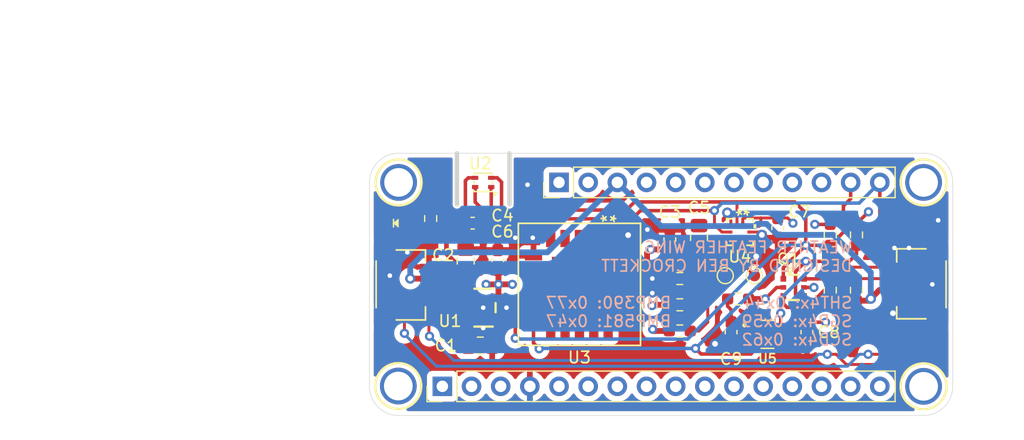
<source format=kicad_pcb>
(kicad_pcb (version 20241229) (generator "pcbnew") (generator_version "9.0")
  (layers (0 "F.Cu" signal) (4 "In1.Cu" signal) (6 "In2.Cu" signal) (2 "B.Cu" signal) (13 "F.Paste" user) (15 "B.Paste" user) (5 "F.SilkS" user "F.Silkscreen") (7 "B.SilkS" user "B.Silkscreen") (1 "F.Mask" user) (3 "B.Mask" user) (25 "Edge.Cuts" user))
  (net 0 "")
  (net 1 "+3.3V")
  (net 2 "/SDA_3V")
  (net 3 "/CS_3V")
  (net 4 "VCC")
  (net 5 "/SCL")
  (net 6 "/SDA")
  (net 7 "/SCL_3V")
  (net 8 "GND")
  (net 9 "/INT")
  (net 31 "/SDO{slash}ADR")
  (net 46 "Net-(U5-VDD)")
  (net 51 "/3.3V_Feather")
  (net 52 "Net-(D1-PadA)")
  (net 53 "/SCK_Feather")
  (net 54 "/MO_Feather")
  (net 55 "/MI_Feather")
  (footprint "Weather_Feather:JST_SH4" (layer "F.Cu") (at 155.575 113.03 -90)
    (property "Reference" "J5" (hide yes))
    (property "Value" "JST_SH4")
    (pad "1" smd rect (at -1.5 -2.006) (size 1.55 0.6) (layers "F.Cu" "F.Mask" "F.Paste") (net 8 "GND"))
    (pad "2" smd rect (at -0.5 -2.006) (size 1.55 0.6) (layers "F.Cu" "F.Mask" "F.Paste") (net 4 "VCC"))
    (pad "3" smd rect (at 0.5 -2.006) (size 1.55 0.6) (layers "F.Cu" "F.Mask" "F.Paste") (net 6 "/SDA"))
    (pad "4" smd rect (at 1.5 -2.006) (size 1.55 0.6) (layers "F.Cu" "F.Mask" "F.Paste") (net 5 "/SCL"))
    (pad "MT1" smd rect (at -2.8 1.894) (size 1.8 1.2) (layers "F.Cu" "F.Mask" "F.Paste") (net 8 "GND"))
    (pad "MT2" smd rect (at 2.8 1.894) (size 1.8 1.2) (layers "F.Cu" "F.Mask" "F.Paste") (net 8 "GND"))
  )
  (footprint "Capacitor_SMD:C_0603_1608Metric_Pad1.08x0.95mm_HandSolder" (layer "F.Cu") (at 187.96 108.1035 -90)
    (property "Reference" "C7" (at -1.4235 -1.8796 180) (layer "F.SilkS"))
    (property "Value" "0.1uF")
    (pad "1" smd roundrect (at -0.8625 0 270) (size 1.075 0.95) (layers "F.Cu" "F.Mask" "F.Paste") (net 1 "+3.3V"))
    (pad "2" smd roundrect (at 0.8625 0 270) (size 1.075 0.95) (layers "F.Cu" "F.Mask" "F.Paste") (net 8 "GND"))
  )
  (footprint "Resistor_SMD:R_0603_1608Metric_Pad0.98x0.95mm_HandSolder" (layer "F.Cu") (at 179.4275 117.094)
    (property "Reference" "R9" (hide yes))
    (property "Value" "10K")
    (pad "1" smd roundrect (at -0.9125 0) (size 0.975 0.95) (layers "F.Cu" "F.Mask" "F.Paste") (net 1 "+3.3V"))
    (pad "2" smd roundrect (at 0.9125 0) (size 0.975 0.95) (layers "F.Cu" "F.Mask" "F.Paste") (net 3 "/CS_3V"))
  )
  (footprint "TI_MSPM0_DSBGA:MOUNTINGHOLE_2.5_PLATED" (layer "F.Cu") (at 200.66 121.92)
    (property "Reference" "H4" (hide yes))
    (property "Value" "MountingHole_Pad")
    (pad "1" thru_hole circle (at 0 0) (size 3.2 3.2) (drill 2.5) (layers "*.Cu" "*.Mask"))
  )
  (footprint "TI_MSPM0_DSBGA:MOUNTINGHOLE_2.5_PLATED" (layer "F.Cu") (at 200.66 104.14)
    (property "Reference" "H2" (hide yes))
    (property "Value" "MountingHole_Pad")
    (pad "1" thru_hole circle (at 0 0) (size 3.2 3.2) (drill 2.5) (layers "*.Cu" "*.Mask"))
  )
  (footprint "Capacitor_SMD:C_0805_2012Metric_Pad1.18x1.45mm_HandSolder" (layer "F.Cu") (at 181.102 108.9445 90)
    (property "Reference" "C5" (at 2.5947 0 180) (layer "F.SilkS"))
    (property "Value" "10uF")
    (pad "1" smd roundrect (at -1.0375 0 90) (size 1.175 1.45) (layers "F.Cu" "F.Mask" "F.Paste") (roundrect_rratio 0.212766) (net 1 "+3.3V"))
    (pad "2" smd roundrect (at 1.0375 0 90) (size 1.175 1.45) (layers "F.Cu" "F.Mask" "F.Paste") (roundrect_rratio 0.212766) (net 8 "GND"))
  )
  (footprint "Capacitor_SMD:C_0603_1608Metric_Pad1.08x0.95mm_HandSolder" (layer "F.Cu") (at 161.3905 107.696)
    (property "Reference" "C4" (at 2.5919 -0.6604 0) (layer "F.SilkS"))
    (property "Value" "0.1uF")
    (pad "1" smd roundrect (at -0.8625 0) (size 1.075 0.95) (layers "F.Cu" "F.Mask" "F.Paste") (net 1 "+3.3V"))
    (pad "2" smd roundrect (at 0.8625 0) (size 1.075 0.95) (layers "F.Cu" "F.Mask" "F.Paste") (net 8 "GND"))
  )
  (footprint "Resistor_SMD:R_0603_1608Metric_Pad0.98x0.95mm_HandSolder" (layer "F.Cu") (at 157.734 107.2915 -90)
    (property "Reference" "R1" (hide yes))
    (property "Value" "10K")
    (pad "1" smd roundrect (at -0.9125 0 270) (size 0.975 0.95) (layers "F.Cu" "F.Mask" "F.Paste") (net 1 "+3.3V"))
    (pad "2" smd roundrect (at 0.9125 0 270) (size 0.975 0.95) (layers "F.Cu" "F.Mask" "F.Paste") (net 52 "Net-(D1-PadA)"))
  )
  (footprint "Adafruit SHT45:SOT23-5" (layer "F.Cu") (at 162.3361 115.062 -90)
    (property "Reference" "U1" (at 1.7526 4.0179 0) (layer "F.SilkS") (effects (font (thickness 0.15) (bold yes)) (justify left bottom)))
    (property "Value" "AP2112K-3.3")
    (pad "1" smd rect (at -0.95 1.3001 270) (size 0.55 1.2) (layers "F.Cu" "F.Mask" "F.Paste") (net 4 "VCC"))
    (pad "2" smd rect (at 0 1.3001 270) (size 0.55 1.2) (layers "F.Cu" "F.Mask" "F.Paste") (net 8 "GND"))
    (pad "3" smd rect (at 0.95 1.3001 270) (size 0.55 1.2) (layers "F.Cu" "F.Mask" "F.Paste") (net 4 "VCC"))
    (pad "4" smd rect (at 0.95 -1.3001 270) (size 0.55 1.2) (layers "F.Cu" "F.Mask" "F.Paste"))
    (pad "5" smd rect (at -0.95 -1.3001 270) (size 0.55 1.2) (layers "F.Cu" "F.Mask" "F.Paste") (net 1 "+3.3V"))
  )
  (footprint "TestPoint:TestPoint_Pad_D1.0mm" (layer "F.Cu") (at 185.928 112.268)
    (property "Reference" "TP2" (hide yes))
    (property "Value" "TestPoint_Small")
    (pad "1" smd circle (at 0 0) (size 1 1) (layers "F.Cu" "F.Mask") (net 9 "/INT"))
  )
  (footprint "SCD4x:QFN20_SCD41-D-R2_SEN" (layer "F.Cu") (at 170.688 113.03 -90)
    (property "Reference" "U3" (at 6.3754 0 0) (layer "F.SilkS"))
    (property "Value" "SCD41-D-R2")
    (fp_text user "*" (at -5.7404 -2.6162 270) (layer "F.SilkS"))
    (fp_text user "*" (at -5.7404 -2.4384 90) (layer "F.SilkS"))
    (pad "1" smd rect (at -3.999992 -2.5 270) (size 1.4986 0.8128) (layers "F.Cu" "F.Mask" "F.Paste"))
    (pad "2" smd rect (at -3.999992 -1.25 270) (size 1.4986 0.8128) (layers "F.Cu" "F.Mask" "F.Paste"))
    (pad "3" smd rect (at -3.999992 0 270) (size 1.4986 0.8128) (layers "F.Cu" "F.Mask" "F.Paste"))
    (pad "4" smd rect (at -3.999992 1.25 270) (size 1.4986 0.8128) (layers "F.Cu" "F.Mask" "F.Paste"))
    (pad "5" smd rect (at -3.999992 2.5 270) (size 1.4986 0.8128) (layers "F.Cu" "F.Mask" "F.Paste"))
    (pad "6" smd rect (at -2.5 4) (size 1.4986 0.8128) (layers "F.Cu" "F.Mask" "F.Paste") (net 8 "GND"))
    (pad "7" smd rect (at -1.25 4) (size 1.4986 0.8128) (layers "F.Cu" "F.Mask" "F.Paste") (net 1 "+3.3V"))
    (pad "8" smd rect (at 0 4) (size 1.4986 0.8128) (layers "F.Cu" "F.Mask" "F.Paste"))
    (pad "9" smd rect (at 1.25 4) (size 1.4986 0.8128) (layers "F.Cu" "F.Mask" "F.Paste") (net 7 "/SCL_3V"))
    (pad "10" smd rect (at 2.5 4) (size 1.4986 0.8128) (layers "F.Cu" "F.Mask" "F.Paste") (net 2 "/SDA_3V"))
    (pad "11" smd rect (at 3.999992 2.5 270) (size 1.4986 0.8128) (layers "F.Cu" "F.Mask" "F.Paste"))
    (pad "12" smd rect (at 3.999992 1.25 270) (size 1.4986 0.8128) (layers "F.Cu" "F.Mask" "F.Paste"))
    (pad "13" smd rect (at 3.999992 0 270) (size 1.4986 0.8128) (layers "F.Cu" "F.Mask" "F.Paste"))
    (pad "14" smd rect (at 3.999992 -1.25 270) (size 1.4986 0.8128) (layers "F.Cu" "F.Mask" "F.Paste"))
    (pad "15" smd rect (at 3.999992 -2.5 270) (size 1.4986 0.8128) (layers "F.Cu" "F.Mask" "F.Paste"))
    (pad "16" smd rect (at 2.5 -4) (size 1.4986 0.8128) (layers "F.Cu" "F.Mask" "F.Paste"))
    (pad "17" smd rect (at 1.25 -4) (size 1.4986 0.8128) (layers "F.Cu" "F.Mask" "F.Paste"))
    (pad "18" smd rect (at 0 -4) (size 1.4986 0.8128) (layers "F.Cu" "F.Mask" "F.Paste"))
    (pad "19" smd rect (at -1.25 -4) (size 1.4986 0.8128) (layers "F.Cu" "F.Mask" "F.Paste") (net 1 "+3.3V"))
    (pad "20" smd rect (at -2.5 -4) (size 1.4986 0.8128) (layers "F.Cu" "F.Mask" "F.Paste") (net 8 "GND"))
    (pad "21" smd rect (at 0 0 270) (size 4.8006 4.8006) (layers "F.Cu" "F.Mask") (net 8 "GND"))
  )
  (footprint "BMP390:10LGA_2X2X0p75_BOS" (layer "F.Cu") (at 184.662 108.466 -90)
    (property "Reference" "U4" (at 2.151 0 0) (layer "F.SilkS"))
    (property "Value" "BMP390")
    (fp_text user "*" (at -1.7145 -0.25 90) (layer "F.SilkS"))
    (fp_text user "*" (at -1.7145 -0.25 270) (layer "F.SilkS"))
    (pad "1" smd rect (at -0.7874 -0.25) (size 0.254 0.2794) (layers "F.Cu" "F.Mask" "F.Paste") (net 1 "+3.3V"))
    (pad "2" smd rect (at -0.7874 0.25) (size 0.254 0.2794) (layers "F.Cu" "F.Mask" "F.Paste") (net 7 "/SCL_3V"))
    (pad "3" smd rect (at -0.499999 0.7874 270) (size 0.254 0.2794) (layers "F.Cu" "F.Mask" "F.Paste") (net 8 "GND"))
    (pad "4" smd rect (at 0 0.7874 270) (size 0.254 0.2794) (layers "F.Cu" "F.Mask" "F.Paste") (net 2 "/SDA_3V"))
    (pad "5" smd rect (at 0.499999 0.7874 270) (size 0.254 0.2794) (layers "F.Cu" "F.Mask" "F.Paste") (net 31 "/SDO{slash}ADR"))
    (pad "6" smd rect (at 0.7874 0.25) (size 0.254 0.2794) (layers "F.Cu" "F.Mask" "F.Paste") (net 3 "/CS_3V"))
    (pad "7" smd rect (at 0.7874 -0.25) (size 0.254 0.2794) (layers "F.Cu" "F.Mask" "F.Paste") (net 9 "/INT"))
    (pad "8" smd rect (at 0.499999 -0.7874 270) (size 0.254 0.2794) (layers "F.Cu" "F.Mask" "F.Paste") (net 8 "GND"))
    (pad "9" smd rect (at 0 -0.7874 270) (size 0.254 0.2794) (layers "F.Cu" "F.Mask" "F.Paste") (net 8 "GND"))
    (pad "10" smd rect (at -0.499999 -0.7874 270) (size 0.254 0.2794) (layers "F.Cu" "F.Mask" "F.Paste") (net 1 "+3.3V"))
  )
  (footprint "Resistor_SMD:R_0603_1608Metric_Pad0.98x0.95mm_HandSolder" (layer "F.Cu") (at 179.4275 112.522)
    (property "Reference" "R8" (hide yes))
    (property "Value" "10K")
    (pad "1" smd roundrect (at -0.9125 0) (size 0.975 0.95) (layers "F.Cu" "F.Mask" "F.Paste") (net 8 "GND"))
    (pad "2" smd roundrect (at 0.9125 0) (size 0.975 0.95) (layers "F.Cu" "F.Mask" "F.Paste") (net 31 "/SDO{slash}ADR"))
  )
  (footprint "TI_MSPM0_DSBGA:MOUNTINGHOLE_2.5_PLATED" (layer "F.Cu") (at 154.9146 121.8946)
    (property "Reference" "H3" (hide yes))
    (property "Value" "MountingHole_Pad")
    (pad "1" thru_hole circle (at 0 0) (size 3.2 3.2) (drill 2.5) (layers "*.Cu" "*.Mask"))
  )
  (footprint "Adafruit SHT45:SOT363" (layer "F.Cu") (at 189.346 113.296 -90)
    (property "Reference" "Q1" (at -1.8662 1.5384 0) (layer "F.SilkS") (effects (justify left bottom)))
    (property "Value" "BSS138")
    (pad "1" smd rect (at -0.75 0.9 270) (size 0.5 0.5) (layers "F.Cu" "F.Mask" "F.Paste") (net 7 "/SCL_3V"))
    (pad "2" smd rect (at 0 0.9 270) (size 0.4 0.5) (layers "F.Cu" "F.Mask" "F.Paste") (net 1 "+3.3V"))
    (pad "3" smd rect (at 0.75 0.9 270) (size 0.5 0.5) (layers "F.Cu" "F.Mask" "F.Paste") (net 6 "/SDA"))
    (pad "4" smd rect (at 0.75 -0.9 270) (size 0.5 0.5) (layers "F.Cu" "F.Mask" "F.Paste") (net 2 "/SDA_3V"))
    (pad "5" smd rect (at 0 -0.9 270) (size 0.4 0.5) (layers "F.Cu" "F.Mask" "F.Paste") (net 1 "+3.3V"))
    (pad "6" smd rect (at -0.75 -0.9 270) (size 0.5 0.5) (layers "F.Cu" "F.Mask" "F.Paste") (net 5 "/SCL"))
  )
  (footprint "Weather_Feather:SHT4X" (layer "F.Cu") (at 162.306 104.14 180)
    (property "Reference" "U2" (at 0.254 1.651 0) (layer "F.SilkS"))
    (property "Value" "SHT4x")
    (pad "1" smd rect (at -0.7 -0.4 270) (size 0.35 0.55) (layers "F.Cu" "F.Mask" "F.Paste") (net 2 "/SDA_3V"))
    (pad "2" smd rect (at -0.7 0.4 270) (size 0.35 0.55) (layers "F.Cu" "F.Mask" "F.Paste") (net 7 "/SCL_3V"))
    (pad "3" smd rect (at 0.7 0.4 270) (size 0.35 0.55) (layers "F.Cu" "F.Mask" "F.Paste") (net 1 "+3.3V"))
    (pad "4" smd rect (at 0.7 -0.4 270) (size 0.35 0.55) (layers "F.Cu" "F.Mask" "F.Paste") (net 8 "GND"))
  )
  (footprint "Capacitor_SMD:C_0603_1608Metric_Pad1.08x0.95mm_HandSolder" (layer "F.Cu") (at 163.576 110.8975 90)
    (property "Reference" "C6" (at 2.4649 0.4064 180) (layer "F.SilkS"))
    (property "Value" "0.1uF")
    (pad "1" smd roundrect (at -0.8625 0 90) (size 1.075 0.95) (layers "F.Cu" "F.Mask" "F.Paste") (net 1 "+3.3V"))
    (pad "2" smd roundrect (at 0.8625 0 90) (size 1.075 0.95) (layers "F.Cu" "F.Mask" "F.Paste") (net 8 "GND"))
  )
  (footprint "Connector_PinHeader_2.54mm:PinHeader_1x16_P2.54mm_Vertical" (layer "F.Cu") (at 158.75 121.92 90)
    (property "Reference" "J2" (hide yes))
    (property "Value" "Conn_01x16")
    (pad "1" thru_hole rect (at 0 0 90) (size 1.7 1.7) (drill 1) (layers "*.Cu" "*.Mask"))
    (pad "2" thru_hole oval (at 0 2.54 90) (size 1.7 1.7) (drill 1) (layers "*.Cu" "*.Mask") (net 51 "/3.3V_Feather"))
    (pad "3" thru_hole oval (at 0 5.08 90) (size 1.7 1.7) (drill 1) (layers "*.Cu" "*.Mask"))
    (pad "4" thru_hole oval (at 0 7.62 90) (size 1.7 1.7) (drill 1) (layers "*.Cu" "*.Mask") (net 8 "GND"))
    (pad "5" thru_hole oval (at 0 10.16 90) (size 1.7 1.7) (drill 1) (layers "*.Cu" "*.Mask"))
    (pad "6" thru_hole oval (at 0 12.7 90) (size 1.7 1.7) (drill 1) (layers "*.Cu" "*.Mask"))
    (pad "7" thru_hole oval (at 0 15.24 90) (size 1.7 1.7) (drill 1) (layers "*.Cu" "*.Mask"))
    (pad "8" thru_hole oval (at 0 17.78 90) (size 1.7 1.7) (drill 1) (layers "*.Cu" "*.Mask"))
    (pad "9" thru_hole oval (at 0 20.32 90) (size 1.7 1.7) (drill 1) (layers "*.Cu" "*.Mask"))
    (pad "10" thru_hole oval (at 0 22.86 90) (size 1.7 1.7) (drill 1) (layers "*.Cu" "*.Mask"))
    (pad "11" thru_hole oval (at 0 25.4 90) (size 1.7 1.7) (drill 1) (layers "*.Cu" "*.Mask") (net 53 "/SCK_Feather"))
    (pad "12" thru_hole oval (at 0 27.94 90) (size 1.7 1.7) (drill 1) (layers "*.Cu" "*.Mask") (net 54 "/MO_Feather"))
    (pad "13" thru_hole oval (at 0 30.48 90) (size 1.7 1.7) (drill 1) (layers "*.Cu" "*.Mask") (net 55 "/MI_Feather"))
    (pad "14" thru_hole oval (at 0 33.02 90) (size 1.7 1.7) (drill 1) (layers "*.Cu" "*.Mask"))
    (pad "15" thru_hole oval (at 0 35.56 90) (size 1.7 1.7) (drill 1) (layers "*.Cu" "*.Mask"))
    (pad "16" thru_hole oval (at 0 38.1 90) (size 1.7 1.7) (drill 1) (layers "*.Cu" "*.Mask"))
  )
  (footprint "Resistor_SMD:R_0603_1608Metric_Pad0.98x0.95mm_HandSolder" (layer "F.Cu") (at 194.818 108.712 -90)
    (property "Reference" "R5" (hide yes))
    (property "Value" "10K")
    (pad "1" smd roundrect (at -0.9125 0 270) (size 0.975 0.95) (layers "F.Cu" "F.Mask" "F.Paste") (net 1 "+3.3V"))
    (pad "2" smd roundrect (at 0.9125 0 270) (size 0.975 0.95) (layers "F.Cu" "F.Mask" "F.Paste") (net 2 "/SDA_3V"))
  )
  (footprint "Capacitor_SMD:C_0603_1608Metric_Pad1.08x0.95mm_HandSolder" (layer "F.Cu") (at 178.562 109.1195 90)
    (property "Reference" "C3" (at 2.3887 0 180) (layer "F.SilkS"))
    (property "Value" "0.1uF")
    (pad "1" smd roundrect (at -0.8625 0 90) (size 1.075 0.95) (layers "F.Cu" "F.Mask" "F.Paste") (net 1 "+3.3V"))
    (pad "2" smd roundrect (at 0.8625 0 90) (size 1.075 0.95) (layers "F.Cu" "F.Mask" "F.Paste") (net 8 "GND"))
  )
  (footprint "Weather_Feather:JST_SH4" (layer "F.Cu") (at 200.025 113.03 90)
    (property "Reference" "J6" (hide yes))
    (property "Value" "JST_SH4")
    (pad "1" smd rect (at -1.5 -2.006 180) (size 1.55 0.6) (layers "F.Cu" "F.Mask" "F.Paste") (net 8 "GND"))
    (pad "2" smd rect (at -0.5 -2.006 180) (size 1.55 0.6) (layers "F.Cu" "F.Mask" "F.Paste") (net 4 "VCC"))
    (pad "3" smd rect (at 0.5 -2.006 180) (size 1.55 0.6) (layers "F.Cu" "F.Mask" "F.Paste") (net 6 "/SDA"))
    (pad "4" smd rect (at 1.5 -2.006 180) (size 1.55 0.6) (layers "F.Cu" "F.Mask" "F.Paste") (net 5 "/SCL"))
    (pad "MT1" smd rect (at -2.8 1.894 180) (size 1.8 1.2) (layers "F.Cu" "F.Mask" "F.Paste") (net 8 "GND"))
    (pad "MT2" smd rect (at 2.8 1.894 180) (size 1.8 1.2) (layers "F.Cu" "F.Mask" "F.Paste") (net 8 "GND"))
  )
  (footprint "Capacitor_SMD:C_0603_1608Metric_Pad1.08x0.95mm_HandSolder" (layer "F.Cu") (at 190.5 117.1945 -90)
    (property "Reference" "C8" (at 0.0011 -1.905 0) (layer "F.SilkS"))
    (property "Value" "1uF")
    (pad "1" smd roundrect (at -0.8625 0 270) (size 1.075 0.95) (layers "F.Cu" "F.Mask" "F.Paste") (net 1 "+3.3V"))
    (pad "2" smd roundrect (at 0.8625 0 270) (size 1.075 0.95) (layers "F.Cu" "F.Mask" "F.Paste") (net 8 "GND"))
  )
  (footprint "Capacitor_SMD:C_0805_2012Metric_Pad1.18x1.45mm_HandSolder" (layer "F.Cu") (at 162.052 118.364)
    (property "Reference" "C1" (at -2.9972 0 0) (layer "F.SilkS"))
    (property "Value" "10uF")
    (pad "1" smd roundrect (at -1.0375 0) (size 1.175 1.45) (layers "F.Cu" "F.Mask" "F.Paste") (roundrect_rratio 0.212766) (net 4 "VCC"))
    (pad "2" smd roundrect (at 1.0375 0) (size 1.175 1.45) (layers "F.Cu" "F.Mask" "F.Paste") (roundrect_rratio 0.212766) (net 8 "GND"))
  )
  (footprint "Resistor_SMD:R_0603_1608Metric_Pad0.98x0.95mm_HandSolder" (layer "F.Cu") (at 194.818 113.538 90)
    (property "Reference" "R3" (hide yes))
    (property "Value" "10K")
    (pad "1" smd roundrect (at -0.9125 0 90) (size 0.975 0.95) (layers "F.Cu" "F.Mask" "F.Paste") (net 4 "VCC"))
    (pad "2" smd roundrect (at 0.9125 0 90) (size 0.975 0.95) (layers "F.Cu" "F.Mask" "F.Paste") (net 6 "/SDA"))
  )
  (footprint "Connector_PinHeader_2.54mm:PinHeader_1x12_P2.54mm_Vertical" (layer "F.Cu") (at 168.91 104.14 90)
    (property "Reference" "J3" (hide yes))
    (property "Value" "Conn_01x12")
    (pad "1" thru_hole rect (at 0 0 90) (size 1.7 1.7) (drill 1) (layers "*.Cu" "*.Mask"))
    (pad "2" thru_hole oval (at 0 2.54 90) (size 1.7 1.7) (drill 1) (layers "*.Cu" "*.Mask"))
    (pad "3" thru_hole oval (at 0 5.08 90) (size 1.7 1.7) (drill 1) (layers "*.Cu" "*.Mask") (net 4 "VCC"))
    (pad "4" thru_hole oval (at 0 7.62 90) (size 1.7 1.7) (drill 1) (layers "*.Cu" "*.Mask"))
    (pad "5" thru_hole oval (at 0 10.16 90) (size 1.7 1.7) (drill 1) (layers "*.Cu" "*.Mask"))
    (pad "6" thru_hole oval (at 0 12.7 90) (size 1.7 1.7) (drill 1) (layers "*.Cu" "*.Mask"))
    (pad "7" thru_hole oval (at 0 15.24 90) (size 1.7 1.7) (drill 1) (layers "*.Cu" "*.Mask"))
    (pad "8" thru_hole oval (at 0 17.78 90) (size 1.7 1.7) (drill 1) (layers "*.Cu" "*.Mask"))
    (pad "9" thru_hole oval (at 0 20.32 90) (size 1.7 1.7) (drill 1) (layers "*.Cu" "*.Mask"))
    (pad "10" thru_hole oval (at 0 22.86 90) (size 1.7 1.7) (drill 1) (layers "*.Cu" "*.Mask"))
    (pad "11" thru_hole oval (at 0 25.4 90) (size 1.7 1.7) (drill 1) (layers "*.Cu" "*.Mask") (net 7 "/SCL_3V"))
    (pad "12" thru_hole oval (at 0 27.94 90) (size 1.7 1.7) (drill 1) (layers "*.Cu" "*.Mask") (net 2 "/SDA_3V"))
  )
  (footprint "Adafruit SHT45:CHIPLED_0603_NOOUTLINE" (layer "F.Cu") (at 154.698 107.696 90)
    (property "Reference" "D1" (hide yes))
    (property "Value" "GREEN")
    (pad "A" smd rect (at 0 0.75 90) (size 0.8 0.8) (layers "F.Cu" "F.Mask" "F.Paste") (net 52 "Net-(D1-PadA)"))
    (pad "C" smd rect (at 0 -0.75 90) (size 0.8 0.8) (layers "F.Cu" "F.Mask" "F.Paste") (net 8 "GND"))
  )
  (footprint "SGP40_D_R4 (1):XCDR_SGP40-D-R4" (layer "F.Cu") (at 187.064 117.386)
    (property "Reference" "U5" (at 0 2.121 0) (layer "F.SilkS") (effects (font (size 0.8 0.8))))
    (property "Value" "SGP40-D-R4")
    (pad "1" smd rect (at -1.15 -0.8) (size 0.55 0.4) (layers "F.Cu" "F.Mask" "F.Paste") (net 46 "Net-(U5-VDD)"))
    (pad "2" smd rect (at -1.15 0) (size 0.55 0.4) (layers "F.Cu" "F.Mask" "F.Paste") (net 8 "GND"))
    (pad "3" smd rect (at -1.15 0.8) (size 0.55 0.4) (layers "F.Cu" "F.Mask" "F.Paste") (net 2 "/SDA_3V"))
    (pad "4" smd rect (at 1.15 0.8) (size 0.55 0.4) (layers "F.Cu" "F.Mask" "F.Paste") (net 8 "GND"))
    (pad "5" smd rect (at 1.15 0) (size 0.55 0.4) (layers "F.Cu" "F.Mask" "F.Paste") (net 1 "+3.3V"))
    (pad "6" smd rect (at 1.15 -0.8) (size 0.55 0.4) (layers "F.Cu" "F.Mask" "F.Paste") (net 7 "/SCL_3V"))
    (pad "7" smd custom (at 0 0) (size 1 1) (layers "F.Cu") (net 8 "GND") (options (clearance outline) (anchor rect)) (primitives (gr_poly (pts (xy -0.625 0.85) (xy -0.625 -0.55) (xy -0.325 -0.85) (xy 0.625 -0.85) (xy 0.625 0.85)) (width 0.01) (fill yes))))
  )
  (footprint "Resistor_SMD:R_0603_1608Metric_Pad0.98x0.95mm_HandSolder" (layer "F.Cu") (at 184.5075 114.3 180)
    (property "Reference" "R7" (hide yes))
    (property "Value" "4.7")
    (pad "1" smd roundrect (at -0.9125 0 180) (size 0.975 0.95) (layers "F.Cu" "F.Mask" "F.Paste") (net 1 "+3.3V"))
    (pad "2" smd roundrect (at 0.9125 0 180) (size 0.975 0.95) (layers "F.Cu" "F.Mask" "F.Paste") (net 46 "Net-(U5-VDD)"))
  )
  (footprint "Resistor_SMD:R_0603_1608Metric_Pad0.98x0.95mm_HandSolder" (layer "F.Cu") (at 192.532 113.538 90)
    (property "Reference" "R2" (hide yes))
    (property "Value" "10K")
    (pad "1" smd roundrect (at -0.9125 0 90) (size 0.975 0.95) (layers "F.Cu" "F.Mask" "F.Paste") (net 4 "VCC"))
    (pad "2" smd roundrect (at 0.9125 0 90) (size 0.975 0.95) (layers "F.Cu" "F.Mask" "F.Paste") (net 5 "/SCL"))
  )
  (footprint "Resistor_SMD:R_0603_1608Metric_Pad0.98x0.95mm_HandSolder" (layer "F.Cu") (at 179.4275 114.808)
    (property "Reference" "R10" (hide yes))
    (property "Value" "10K")
    (pad "1" smd roundrect (at -0.9125 0) (size 0.975 0.95) (layers "F.Cu" "F.Mask" "F.Paste") (net 1 "+3.3V"))
    (pad "2" smd roundrect (at 0.9125 0) (size 0.975 0.95) (layers "F.Cu" "F.Mask" "F.Paste") (net 31 "/SDO{slash}ADR"))
  )
  (footprint "Capacitor_SMD:C_0603_1608Metric_Pad1.08x0.95mm_HandSolder" (layer "F.Cu") (at 183.896 117.1945 -90)
    (property "Reference" "C9" (at 2.3379 0 0) (layer "F.SilkS"))
    (property "Value" "1uF")
    (pad "1" smd roundrect (at -0.8625 0 270) (size 1.075 0.95) (layers "F.Cu" "F.Mask" "F.Paste") (net 46 "Net-(U5-VDD)"))
    (pad "2" smd roundrect (at 0.8625 0 270) (size 1.075 0.95) (layers "F.Cu" "F.Mask" "F.Paste") (net 8 "GND"))
  )
  (footprint "TestPoint:TestPoint_Pad_D1.0mm" (layer "F.Cu") (at 183.388 112.268)
    (property "Reference" "TP1" (hide yes))
    (property "Value" "TestPoint_Small")
    (pad "1" smd circle (at 0 0) (size 1 1) (layers "F.Cu" "F.Mask") (net 3 "/CS_3V"))
  )
  (footprint "Capacitor_SMD:C_0805_2012Metric_Pad1.18x1.45mm_HandSolder" (layer "F.Cu") (at 160.782 110.998 90)
    (property "Reference" "C2" (at 0.508 -1.9558 180) (layer "F.SilkS"))
    (property "Value" "10uF")
    (pad "1" smd roundrect (at -1.0375 0 90) (size 1.175 1.45) (layers "F.Cu" "F.Mask" "F.Paste") (roundrect_rratio 0.212766) (net 1 "+3.3V"))
    (pad "2" smd roundrect (at 1.0375 0 90) (size 1.175 1.45) (layers "F.Cu" "F.Mask" "F.Paste") (roundrect_rratio 0.212766) (net 8 "GND"))
  )
  (footprint "TI_MSPM0_DSBGA:MOUNTINGHOLE_2.5_PLATED" (layer "F.Cu") (at 154.94 104.14)
    (property "Reference" "H1" (hide yes))
    (property "Value" "MountingHole_Pad")
    (pad "1" thru_hole circle (at 0 0) (size 3.2 3.2) (drill 2.5) (layers "*.Cu" "*.Mask"))
  )
  (footprint "Resistor_SMD:R_0603_1608Metric_Pad0.98x0.95mm_HandSolder" (layer "F.Cu") (at 192.532 108.712 -90)
    (property "Reference" "R4" (hide yes))
    (property "Value" "10K")
    (pad "1" smd roundrect (at -0.9125 0 270) (size 0.975 0.95) (layers "F.Cu" "F.Mask" "F.Paste") (net 1 "+3.3V"))
    (pad "2" smd roundrect (at 0.9125 0 270) (size 0.975 0.95) (layers "F.Cu" "F.Mask" "F.Paste") (net 7 "/SCL_3V"))
  )
  (gr_line (start 203.2 104.14) (end 203.2 121.92) (stroke (width 0.05)) (layer "Edge.Cuts"))
  (gr_line (start 152.4 121.92) (end 152.4 104.14) (stroke (width 0.05)) (layer "Edge.Cuts"))
  (gr_line (start 160.02 101.6) (end 160.02 106.045) (stroke (width 0.381)) (layer "Edge.Cuts"))
  (gr_arc (start 152.4 104.14) (mid 153.143949 102.343949) (end 154.94 101.6) (stroke (width 0.05)) (layer "Edge.Cuts"))
  (gr_arc (start 203.2 121.92) (mid 202.456051 123.716051) (end 200.66 124.46) (stroke (width 0.05)) (layer "Edge.Cuts"))
  (gr_line (start 154.94 101.6) (end 200.66 101.6) (stroke (width 0.05)) (layer "Edge.Cuts"))
  (gr_line (start 200.66 124.46) (end 154.94 124.46) (stroke (width 0.05)) (layer "Edge.Cuts"))
  (gr_arc (start 200.66 101.6) (mid 202.456051 102.343949) (end 203.2 104.14) (stroke (width 0.05)) (layer "Edge.Cuts"))
  (gr_arc (start 154.94 124.46) (mid 153.143949 123.716051) (end 152.4 121.92) (stroke (width 0.05)) (layer "Edge.Cuts"))
  (gr_line (start 164.592 106.045) (end 164.592 101.6) (stroke (width 0.381)) (layer "Edge.Cuts"))
  (gr_text "WEATHER FEATHER WING\nDESIGNED BY BEN CROCKETT\n\nSHT4x: 0x44		BMP390: 0x77\nSGP4x: 0x59		BMP581: 0x47\nSCD4x: 0x62" (at 194.5386 109.22 0) (layer "B.SilkS") (effects (font (size 1 1)) (justify left top mirror)))
  (segment (start 178.515 117.094) (end 177.2158 117.094) (width 0.508) (layer "F.Cu") (net 1))
  (segment (start 178.515 114.808) (end 177.0888 114.808) (width 0.508) (layer "F.Cu") (net 1))
  (segment (start 186.4868 107.823) (end 186.4868 107.241) (width 0.254) (layer "F.Cu") (net 1))
  (segment (start 188.214 117.386) (end 188.8618 117.386) (width 0.3048) (layer "F.Cu") (net 1))
  (segment (start 163.6362 113.03) (end 164.846 113.03) (width 0.508) (layer "F.Cu") (net 1))
  (segment (start 186.4868 107.241) (end 185.0114 107.241) (width 0.254) (layer "F.Cu") (net 1))
  (segment (start 187.96 107.241) (end 188.8258 107.241) (width 0.254) (layer "F.Cu") (net 1))
  (segment (start 192.532 107.7995) (end 191.1877 107.7995) (width 0.3048) (layer "F.Cu") (net 1))
  (segment (start 160.782 112.0355) (end 159.1056 110.3591) (width 0.4064) (layer "F.Cu") (net 1))
  (segment (start 159.1056 107.696) (end 159.1056 106.68) (width 0.4064) (layer "F.Cu") (net 1))
  (segment (start 185.4494 107.966001) (end 186.343799 107.966001) (width 0.254) (layer "F.Cu") (net 1))
  (segment (start 163.6362 112.0742) (end 163.576 112.014) (width 0.4064) (layer "F.Cu") (net 1))
  (segment (start 160.7566 107.4674) (end 160.528 107.696) (width 0.3048) (layer "F.Cu") (net 1))
  (segment (start 174.688 111.78) (end 176.0782 111.78) (width 0.508) (layer "F.Cu") (net 1))
  (segment (start 163.5545 112.0355) (end 163.576 112.014) (width 0.4064) (layer "F.Cu") (net 1))
  (segment (start 194.818 107.7995) (end 194.818 107.7468) (width 0.3048) (layer "F.Cu") (net 1))
  (segment (start 188.446 113.296) (end 187.8718 113.296) (width 0.3048) (layer "F.Cu") (net 1))
  (segment (start 163.6362 114.112) (end 163.6362 111.8202) (width 0.508) (layer "F.Cu") (net 1))
  (segment (start 163.596 111.78) (end 163.576 111.76) (width 0.4064) (layer "F.Cu") (net 1))
  (segment (start 185.0114 107.241) (end 184.912 107.3404) (width 0.254) (layer "F.Cu") (net 1))
  (segment (start 189.9158 116.332) (end 190.5 116.332) (width 0.3048) (layer "F.Cu") (net 1))
  (segment (start 161.0042 103.74) (end 160.7566 103.9876) (width 0.3048) (layer "F.Cu") (net 1))
  (segment (start 163.81 111.78) (end 163.576 112.014) (width 0.4064) (layer "F.Cu") (net 1))
  (segment (start 162.3314 111.76) (end 162.0559 112.0355) (width 0.508) (layer "F.Cu") (net 1))
  (segment (start 163.6362 111.8202) (end 163.576 111.76) (width 0.508) (layer "F.Cu") (net 1))
  (segment (start 190.5 116.332) (end 192.1256 116.332) (width 0.3048) (layer "F.Cu") (net 1))
  (segment (start 158.8046 106.379) (end 157.734 106.379) (width 0.4064) (layer "F.Cu") (net 1))
  (segment (start 187.96 107.241) (end 186.4868 107.241) (width 0.254) (layer "F.Cu") (net 1))
  (segment (start 177.0888 114.808) (end 177.0126 114.8842) (width 0.508) (layer "F.Cu") (net 1))
  (segment (start 160.528 107.696) (end 159.1056 107.696) (width 0.3048) (layer "F.Cu") (net 1))
  (segment (start 159.1056 110.3591) (end 159.1056 107.696) (width 0.4064) (layer "F.Cu") (net 1))
  (segment (start 163.576 111.76) (end 162.3314 111.76) (width 0.508) (layer "F.Cu") (net 1))
  (segment (start 178.562 109.982) (end 181.102 109.982) (width 0.508) (layer "F.Cu") (net 1))
  (segment (start 177.165 109.982) (end 178.562 109.982) (width 0.508) (layer "F.Cu") (net 1))
  (segment (start 190.246 113.296) (end 191.104 113.296) (width 0.3048) (layer "F.Cu") (net 1))
  (segment (start 191.104 113.296) (end 191.1096 113.3016) (width 0.3048) (layer "F.Cu") (net 1))
  (segment (start 163.6362 113.03) (end 162.56 113.03) (width 0.508) (layer "F.Cu") (net 1))
  (segment (start 176.0782 111.78) (end 176.5808 111.2774) (width 0.508) (layer "F.Cu") (net 1))
  (segment (start 185.42 114.3) (end 186.8678 114.3) (width 0.508) (layer "F.Cu") (net 1))
  (segment (start 178.515 114.808) (end 178.515 117.094) (width 0.508) (layer "F.Cu") (net 1))
  (segment (start 194.818 107.7468) (end 195.8594 106.7054) (width 0.3048) (layer "F.Cu") (net 1))
  (segment (start 191.1877 107.7995) (end 191.1858 107.7976) (width 0.3048) (layer "F.Cu") (net 1))
  (segment (start 177.165 109.982) (end 176.8856 109.982) (width 0.508) (layer "F.Cu") (net 1))
  (segment (start 176.5808 110.2868) (end 176.8856 109.982) (width 0.508) (layer "F.Cu") (net 1))
  (segment (start 162.0559 112.0355) (end 160.782 112.0355) (width 0.508) (layer "F.Cu") (net 1))
  (segment (start 187.8718 113.296) (end 186.8678 114.3) (width 0.3048) (layer "F.Cu") (net 1))
  (segment (start 188.8618 117.386) (end 189.9158 116.332) (width 0.3048) (layer "F.Cu") (net 1))
  (segment (start 188.8258 107.241) (end 189.2808 107.696) (width 0.254) (layer "F.Cu") (net 1))
  (segment (start 166.688 111.78) (end 163.596 111.78) (width 0.508) (layer "F.Cu") (net 1))
  (segment (start 177.2158 117.094) (end 177.0634 116.9416) (width 0.508) (layer "F.Cu") (net 1))
  (segment (start 186.343799 107.966001) (end 186.4868 107.823) (width 0.254) (layer "F.Cu") (net 1))
  (segment (start 184.912 107.3404) (end 184.912 107.6786) (width 0.254) (layer "F.Cu") (net 1))
  (segment (start 160.7566 103.9876) (end 160.7566 107.4674) (width 0.3048) (layer "F.Cu") (net 1))
  (segment (start 176.5808 111.2774) (end 176.5808 110.2868) (width 0.508) (layer "F.Cu") (net 1))
  (segment (start 161.606 103.74) (end 161.0042 103.74) (width 0.3048) (layer "F.Cu") (net 1))
  (segment (start 159.1056 106.68) (end 158.8046 106.379) (width 0.4064) (layer "F.Cu") (net 1))
  (via (at 189.2808 107.696) (size 0.8) (drill 0.4) (layers "F.Cu" "B.Cu") (net 1))
  (via (at 191.1858 107.7976) (size 0.8) (drill 0.4) (layers "F.Cu" "B.Cu") (net 1))
  (via (at 195.8594 106.7054) (size 0.8) (drill 0.4) (layers "F.Cu" "B.Cu") (net 1))
  (via (at 176.8856 109.982) (size 0.8) (drill 0.4) (layers "F.Cu" "B.Cu") (net 1))
  (via (at 191.1096 113.3016) (size 0.8) (drill 0.4) (layers "F.Cu" "B.Cu") (net 1))
  (via (at 192.1256 116.332) (size 0.8) (drill 0.4) (layers "F.Cu" "B.Cu") (net 1))
  (via (at 177.0126 114.8842) (size 0.8) (drill 0.4) (layers "F.Cu" "B.Cu") (net 1))
  (via (at 162.56 113.03) (size 0.8) (drill 0.4) (layers "F.Cu" "B.Cu") (net 1))
  (via (at 177.0634 116.9416) (size 0.8) (drill 0.4) (layers "F.Cu" "B.Cu") (net 1))
  (via (at 164.846 113.03) (size 0.8) (drill 0.4) (layers "F.Cu" "B.Cu") (net 1))
  (via (at 186.8678 114.3) (size 0.8) (drill 0.4) (layers "F.Cu" "B.Cu") (net 1))
  (via (at 163.6362 113.03) (size 0.8) (drill 0.4) (layers "F.Cu" "B.Cu") (net 1))
  (segment (start 182.4482 106.5974) (end 182.4418 106.6038) (width 0.3048) (layer "F.Cu") (net 2))
  (segment (start 185.6232 119.1006) (end 181.2798 119.1006) (width 0.3048) (layer "F.Cu") (net 2))
  (segment (start 195.7089 109.6245) (end 196.85 108.4834) (width 0.3048) (layer "F.Cu") (net 2))
  (segment (start 182.4418 106.6038) (end 175.9966 106.6038) (width 0.3048) (layer "F.Cu") (net 2))
  (segment (start 189.611 114.046) (end 190.246 114.046) (width 0.3048) (layer "F.Cu") (net 2))
  (segment (start 182.4482 106.5974) (end 182.4482 107.823) (width 0.254) (layer "F.Cu") (net 2))
  (segment (start 190.3984 111.0234) (end 189.5094 111.9124) (width 0.3048) (layer "F.Cu") (net 2))
  (segment (start 194.818 109.6245) (end 194.818 110.3884) (width 0.3048) (layer "F.Cu") (net 2))
  (segment (start 181.2798 119.1006) (end 180.7972 118.618) (width 0.3048) (layer "F.Cu") (net 2))
  (segment (start 166.9034 107.7214) (end 164.0586 107.7214) (width 0.3048) (layer "F.Cu") (net 2))
  (segment (start 167.3098 107.315) (end 166.9034 107.7214) (width 0.3048) (layer "F.Cu") (net 2))
  (segment (start 189.5094 113.9444) (end 189.611 114.046) (width 0.3048) (layer "F.Cu") (net 2))
  (segment (start 189.5094 111.9124) (end 189.5094 113.9444) (width 0.3048) (layer "F.Cu") (net 2))
  (segment (start 183.0912 108.466) (end 183.8746 108.466) (width 0.254) (layer "F.Cu") (net 2))
  (segment (start 185.914 118.8098) (end 185.6232 119.1006) (width 0.3048) (layer "F.Cu") (net 2))
  (segment (start 196.85 108.4834) (end 196.85 104.14) (width 0.3048) (layer "F.Cu") (net 2))
  (segment (start 175.9966 106.6038) (end 175.2854 107.315) (width 0.3048) (layer "F.Cu") (net 2))
  (segment (start 194.183 111.0234) (end 190.3984 111.0234) (width 0.3048) (layer "F.Cu") (net 2))
  (segment (start 175.2854 107.315) (end 167.3098 107.315) (width 0.3048) (layer "F.Cu") (net 2))
  (segment (start 194.818 109.6245) (end 195.7089 109.6245) (width 0.3048) (layer "F.Cu") (net 2))
  (segment (start 182.4482 107.823) (end 183.0912 108.466) (width 0.254) (layer "F.Cu") (net 2))
  (segment (start 185.914 118.186) (end 185.914 118.8098) (width 0.3048) (layer "F.Cu") (net 2))
  (segment (start 163.006 106.6688) (end 163.006 104.54) (width 0.3048) (layer "F.Cu") (net 2))
  (segment (start 194.818 110.3884) (end 194.183 111.0234) (width 0.3048) (layer "F.Cu") (net 2))
  (segment (start 167.1828 118.6434) (end 166.688 118.1486) (width 0.3048) (layer "F.Cu") (net 2))
  (segment (start 166.688 118.1486) (end 166.688 115.53) (width 0.3048) (layer "F.Cu") (net 2))
  (segment (start 164.0586 107.7214) (end 163.006 106.6688) (width 0.3048) (layer "F.Cu") (net 2))
  (via (at 182.4482 106.5974) (size 0.8) (drill 0.4) (layers "F.Cu" "B.Cu") (net 2))
  (via (at 190.3984 111.0234) (size 0.8) (drill 0.4) (layers "F.Cu" "B.Cu") (net 2))
  (via (at 167.1828 118.6434) (size 0.8) (drill 0.4) (layers "F.Cu" "B.Cu") (net 2))
  (via (at 180.7972 118.618) (size 0.8) (drill 0.4) (layers "F.Cu" "B.Cu") (net 2))
  (segment (start 167.1828 118.6434) (end 167.2082 118.618) (width 0.3048) (layer "B.Cu") (net 2))
  (segment (start 188.4172 110.998) (end 190.373 110.998) (width 0.3048) (layer "B.Cu") (net 2))
  (segment (start 182.4482 106.5974) (end 183.1022 105.9434) (width 0.3048) (layer "B.Cu") (net 2))
  (segment (start 167.2082 118.618) (end 180.7972 118.618) (width 0.3048) (layer "B.Cu") (net 2))
  (segment (start 183.1022 105.9434) (end 195.0466 105.9434) (width 0.3048) (layer "B.Cu") (net 2))
  (segment (start 180.7972 118.618) (end 188.4172 110.998) (width 0.3048) (layer "B.Cu") (net 2))
  (segment (start 190.373 110.998) (end 190.3984 111.0234) (width 0.3048) (layer "B.Cu") (net 2))
  (segment (start 195.0466 105.9434) (end 196.85 104.14) (width 0.3048) (layer "B.Cu") (net 2))
  (segment (start 184.412 111.244) (end 183.388 112.268) (width 0.254) (layer "F.Cu") (net 3))
  (segment (start 181.102 117.094) (end 181.864 116.332) (width 0.254) (layer "F.Cu") (net 3))
  (segment (start 181.864 113.792) (end 183.388 112.268) (width 0.254) (layer "F.Cu") (net 3))
  (segment (start 180.34 117.094) (end 181.102 117.094) (width 0.254) (layer "F.Cu") (net 3))
  (segment (start 184.412 111.244) (end 184.412 109.2534) (width 0.254) (layer "F.Cu") (net 3))
  (segment (start 181.864 116.332) (end 181.864 113.792) (width 0.254) (layer "F.Cu") (net 3))
  (segment (start 196.8072 113.53) (end 196.0626 114.2746) (width 0.508) (layer "F.Cu") (net 4))
  (segment (start 159.3088 117.983) (end 159.3088 116.0272) (width 0.508) (layer "F.Cu") (net 4))
  (segment (start 155.964 112.53) (end 155.956 112.522) (width 0.508) (layer "F.Cu") (net 4))
  (segment (start 195.8867 114.4505) (end 194.818 114.4505) (width 0.508) (layer "F.Cu") (net 4))
  (segment (start 161.036 118.3425) (end 161.0145 118.364) (width 0.508) (layer "F.Cu") (net 4))
  (segment (start 157.581 112.53) (end 155.964 112.53) (width 0.508) (layer "F.Cu") (net 4))
  (segment (start 159.3088 116.0272) (end 159.3088 114.1222) (width 0.508) (layer "F.Cu") (net 4))
  (segment (start 198.019 113.53) (end 196.8072 113.53) (width 0.508) (layer "F.Cu") (net 4))
  (segment (start 159.319 114.112) (end 159.3088 114.1222) (width 0.508) (layer "F.Cu") (net 4))
  (segment (start 161.036 114.112) (end 159.319 114.112) (width 0.508) (layer "F.Cu") (net 4))
  (segment (start 159.3088 112.9748) (end 158.864 112.53) (width 0.508) (layer "F.Cu") (net 4))
  (segment (start 159.3088 114.1222) (end 159.3088 112.9748) (width 0.508) (layer "F.Cu") (net 4))
  (segment (start 159.6898 118.364) (end 159.3088 117.983) (width 0.508) (layer "F.Cu") (net 4))
  (segment (start 195.8867 114.4505) (end 196.0626 114.2746) (width 0.508) (layer "F.Cu") (net 4))
  (segment (start 192.532 114.4505) (end 194.818 114.4505) (width 0.508) (layer "F.Cu") (net 4))
  (segment (start 158.864 112.53) (end 157.581 112.53) (width 0.508) (layer "F.Cu") (net 4))
  (segment (start 161.036 116.012) (end 159.324 116.012) (width 0.508) (layer "F.Cu") (net 4))
  (segment (start 159.324 116.012) (end 159.3088 116.0272) (width 0.508) (layer "F.Cu") (net 4))
  (segment (start 161.0145 118.364) (end 159.6898 118.364) (width 0.508) (layer "F.Cu") (net 4))
  (via (at 196.0626 114.2746) (size 0.9064) (drill 0.5) (layers "F.Cu" "B.Cu") (net 4))
  (via (at 155.956 112.522) (size 0.889) (drill 0.4826) (layers "F.Cu" "B.Cu") (net 4))
  (segment (start 187.937968 108.7155) (end 192.7895 108.7155) (width 0.508) (layer "B.Cu") (net 4))
  (segment (start 186.177373 107.752019) (end 186.974487 107.752019) (width 0.508) (layer "B.Cu") (net 4))
  (segment (start 196.0626 111.9886) (end 196.0626 114.2746) (width 0.508) (layer "B.Cu") (net 4))
  (segment (start 185.979392 107.95) (end 186.177373 107.752019) (width 0.508) (layer "B.Cu") (net 4))
  (segment (start 155.956 112.522) (end 155.956 111.506) (width 0.508) (layer "B.Cu") (net 4))
  (segment (start 155.956 111.506) (end 157.226 110.236) (width 0.508) (layer "B.Cu") (net 4))
  (segment (start 192.7895 108.7155) (end 196.0626 111.9886) (width 0.508) (layer "B.Cu") (net 4))
  (segment (start 157.226 110.236) (end 167.894 110.236) (width 0.508) (layer "B.Cu") (net 4))
  (segment (start 173.99 104.14) (end 177.8 107.95) (width 0.508) (layer "B.Cu") (net 4))
  (segment (start 186.974487 107.752019) (end 187.937968 108.7155) (width 0.508) (layer "B.Cu") (net 4))
  (segment (start 177.8 107.95) (end 185.979392 107.95) (width 0.508) (layer "B.Cu") (net 4))
  (segment (start 167.894 110.236) (end 173.99 104.14) (width 0.508) (layer "B.Cu") (net 4))
  (segment (start 157.581 117.4998) (end 157.581 114.53) (width 0.254) (layer "F.Cu") (net 5))
  (segment (start 199.9488 119.0498) (end 199.9488 112.268) (width 0.254) (layer "F.Cu") (net 5))
  (segment (start 199.9488 112.268) (end 199.2108 111.53) (width 0.254) (layer "F.Cu") (net 5))
  (segment (start 199.2108 111.53) (end 198.019 111.53) (width 0.254) (layer "F.Cu") (net 5))
  (segment (start 192.532 111.8108) (end 192.532 112.6255) (width 0.254) (layer "F.Cu") (net 5))
  (segment (start 192.278 119.126) (end 193.04 119.126) (width 0.254) (layer "F.Cu") (net 5))
  (segment (start 198.019 111.53) (end 192.8128 111.53) (width 0.254) (layer "F.Cu") (net 5))
  (segment (start 157.6324 117.5512) (end 157.581 117.4998) (width 0.254) (layer "F.Cu") (net 5))
  (segment (start 198.9836 120.015) (end 199.9488 119.0498) (width 0.254) (layer "F.Cu") (net 5))
  (segment (start 192.4525 112.546) (end 192.532 112.6255) (width 0.3048) (layer "F.Cu") (net 5))
  (segment (start 190.246 112.546) (end 192.4525 112.546) (width 0.3048) (layer "F.Cu") (net 5))
  (segment (start 193.04 119.126) (end 193.929 120.015) (width 0.254) (layer "F.Cu") (net 5))
  (segment (start 192.8128 111.53) (end 192.532 111.8108) (width 0.254) (layer "F.Cu") (net 5))
  (segment (start 193.929 120.015) (end 198.9836 120.015) (width 0.254) (layer "F.Cu") (net 5))
  (via (at 157.6324 117.5512) (size 0.8) (drill 0.4) (layers "F.Cu" "B.Cu") (net 5))
  (via (at 192.278 119.126) (size 0.8) (drill 0.4) (layers "F.Cu" "B.Cu") (net 5))
  (segment (start 190.9826 119.6594) (end 159.7406 119.6594) (width 0.254) (layer "B.Cu") (net 5))
  (segment (start 159.7406 119.6594) (end 157.6324 117.5512) (width 0.254) (layer "B.Cu") (net 5))
  (segment (start 191.516 119.126) (end 190.9826 119.6594) (width 0.254) (layer "B.Cu") (net 5))
  (segment (start 192.278 119.126) (end 191.516 119.126) (width 0.254) (layer "B.Cu") (net 5))
  (segment (start 194.9135 112.53) (end 194.818 112.6255) (width 0.254) (layer "F.Cu") (net 6))
  (segment (start 198.6788 119.5578) (end 199.3138 118.9228) (width 0.254) (layer "F.Cu") (net 6))
  (segment (start 195.834 119.126) (end 196.85 119.126) (width 0.254) (layer "F.Cu") (net 6))
  (segment (start 188.7728 115.0366) (end 190.5254 115.0366) (width 0.3048) (layer "F.Cu") (net 6))
  (segment (start 197.2818 119.5578) (end 198.6788 119.5578) (width 0.254) (layer "F.Cu") (net 6))
  (segment (start 193.9309 113.5126) (end 194.818 112.6255) (width 0.3048) (layer "F.Cu") (net 6))
  (segment (start 155.448 117.2972) (end 155.448 114.634) (width 0.254) (layer "F.Cu") (net 6))
  (segment (start 188.446 114.7098) (end 188.7728 115.0366) (width 0.3048) (layer "F.Cu") (net 6))
  (segment (start 190.5254 115.0366) (end 192.0494 113.5126) (width 0.3048) (layer "F.Cu") (net 6))
  (segment (start 199.3138 118.9228) (end 199.3138 112.7958) (width 0.254) (layer "F.Cu") (net 6))
  (segment (start 198.019 112.53) (end 194.9135 112.53) (width 0.254) (layer "F.Cu") (net 6))
  (segment (start 196.85 119.126) (end 197.2818 119.5578) (width 0.254) (layer "F.Cu") (net 6))
  (segment (start 199.3138 112.7958) (end 199.048 112.53) (width 0.254) (layer "F.Cu") (net 6))
  (segment (start 199.048 112.53) (end 198.019 112.53) (width 0.254) (layer "F.Cu") (net 6))
  (segment (start 155.448 114.634) (end 156.552 113.53) (width 0.254) (layer "F.Cu") (net 6))
  (segment (start 156.552 113.53) (end 157.581 113.53) (width 0.254) (layer "F.Cu") (net 6))
  (segment (start 188.446 114.046) (end 188.446 114.7098) (width 0.3048) (layer "F.Cu") (net 6))
  (segment (start 192.0494 113.5126) (end 193.9309 113.5126) (width 0.3048) (layer "F.Cu") (net 6))
  (via (at 195.834 119.126) (size 0.8) (drill 0.4) (layers "F.Cu" "B.Cu") (net 6))
  (via (at 155.448 117.2972) (size 0.8) (drill 0.4) (layers "F.Cu" "B.Cu") (net 6))
  (segment (start 155.448 117.3734) (end 155.448 117.2972) (width 0.254) (layer "B.Cu") (net 6))
  (segment (start 195.834 119.126) (end 195.072 119.126) (width 0.254) (layer "B.Cu") (net 6))
  (segment (start 194.0306 120.1674) (end 158.242 120.1674) (width 0.254) (layer "B.Cu") (net 6))
  (segment (start 195.072 119.126) (end 194.0306 120.1674) (width 0.254) (layer "B.Cu") (net 6))
  (segment (start 158.242 120.1674) (end 155.448 117.3734) (width 0.254) (layer "B.Cu") (net 6))
  (segment (start 164.2364 107.0102) (end 163.9062 106.68) (width 0.3048) (layer "F.Cu") (net 7))
  (segment (start 188.446 112.546) (end 188.446 111.5788) (width 0.3048) (layer "F.Cu") (net 7))
  (segment (start 175.4886 105.8418) (end 174.7774 106.553) (width 0.3048) (layer "F.Cu") (net 7))
  (segment (start 165.1 114.8132) (end 165.6332 114.28) (width 0.3048) (layer "F.Cu") (net 7))
  (segment (start 192.532 109.6245) (end 193.675 108.4815) (width 0.3048) (layer "F.Cu") (net 7))
  (segment (start 193.675 106.1974) (end 194.31 105.5624) (width 0.3048) (layer "F.Cu") (net 7))
  (segment (start 184.404 105.8418) (end 175.4886 105.8418) (width 0.3048) (layer "F.Cu") (net 7))
  (segment (start 188.220097 116.579903) (end 188.214 116.586) (width 0.3048) (layer "F.Cu") (net 7))
  (segment (start 188.220097 115.552477) (end 188.220097 116.579903) (width 0.3048) (layer "F.Cu") (net 7))
  (segment (start 190.4003 106.8089) (end 189.4332 105.8418) (width 0.3048) (layer "F.Cu") (net 7))
  (segment (start 166.624 106.553) (end 166.1668 107.0102) (width 0.3048) (layer "F.Cu") (net 7))
  (segment (start 166.1668 107.0102) (end 164.2364 107.0102) (width 0.3048) (layer "F.Cu") (net 7))
  (segment (start 163.5316 103.74) (end 163.006 103.74) (width 0.3048) (layer "F.Cu") (net 7))
  (segment (start 194.31 105.5624) (end 194.31 104.14) (width 0.3048) (layer "F.Cu") (net 7))
  (segment (start 174.7774 106.553) (end 166.624 106.553) (width 0.3048) (layer "F.Cu") (net 7))
  (segment (start 188.446 111.5788) (end 190.4003 109.6245) (width 0.3048) (layer "F.Cu") (net 7))
  (segment (start 165.6332 114.28) (end 166.688 114.28) (width 0.3048) (layer "F.Cu") (net 7))
  (segment (start 190.4003 109.6245) (end 190.4003 106.8089) (width 0.3048) (layer "F.Cu") (net 7))
  (segment (start 163.9062 106.68) (end 163.9062 104.1146) (width 0.3048) (layer "F.Cu") (net 7))
  (segment (start 193.675 108.4815) (end 193.675 106.1974) (width 0.3048) (layer "F.Cu") (net 7))
  (segment (start 190.4003 109.6245) (end 192.532 109.6245) (width 0.3048) (layer "F.Cu") (net 7))
  (segment (start 163.9062 104.1146) (end 163.5316 103.74) (width 0.3048) (layer "F.Cu") (net 7))
  (segment (start 189.4332 105.8418) (end 184.404 105.8418) (width 0.3048) (layer "F.Cu") (net 7))
  (segment (start 165.1 117.729) (end 165.1 114.8132) (width 0.3048) (layer "F.Cu") (net 7))
  (segment (start 184.412 107.6786) (end 184.412 105.8498) (width 0.254) (layer "F.Cu") (net 7))
  (via (at 188.220097 115.552477) (size 0.8) (drill 0.4) (layers "F.Cu" "B.Cu") (net 7))
  (via (at 165.1 117.729) (size 0.8) (drill 0.4) (layers "F.Cu" "B.Cu") (net 7))
  (via (at 190.4003 109.6245) (size 0.8) (drill 0.4) (layers "F.Cu" "B.Cu") (net 7))
  (segment (start 190.4003 109.6245) (end 188.2921 109.6245) (width 0.3048) (layer "B.Cu") (net 7))
  (segment (start 165.16802 117.79702) (end 165.1 117.729) (width 0.3048) (layer "B.Cu") (net 7))
  (segment (start 188.2921 109.6245) (end 180.11958 117.79702) (width 0.3048) (layer "B.Cu") (net 7))
  (segment (start 191.155 111.336794) (end 188.220097 114.271697) (width 0.3048) (layer "B.Cu") (net 7))
  (segment (start 180.11958 117.79702) (end 165.16802 117.79702) (width 0.3048) (layer "B.Cu") (net 7))
  (segment (start 191.155 110.3792) (end 191.155 111.336794) (width 0.3048) (layer "B.Cu") (net 7))
  (segment (start 190.4003 109.6245) (end 191.155 110.3792) (width 0.3048) (layer "B.Cu") (net 7))
  (segment (start 188.220097 114.271697) (end 188.220097 115.552477) (width 0.3048) (layer "B.Cu") (net 7))
  (segment (start 173.188 110.53) (end 170.688 113.03) (width 0.3048) (layer "F.Cu") (net 8))
  (segment (start 175.4124 108.2548) (end 174.9298 108.7374) (width 0.508) (layer "F.Cu") (net 8))
  (segment (start 178.562 108.257) (end 176.6084 108.257) (width 0.508) (layer "F.Cu") (net 8))
  (segment (start 184.6094 118.057) (end 185.2804 117.386) (width 0.3048) (layer "F.Cu") (net 8))
  (segment (start 182.6536 118.057) (end 182.499 118.2116) (width 0.3048) (layer "F.Cu") (net 8))
  (segment (start 176.6084 108.257) (end 176.6062 108.2548) (width 0.508) (layer "F.Cu") (net 8))
  (segment (start 178.562 108.257) (end 179.6012 108.257) (width 0.508) (layer "F.Cu") (net 8))
  (segment (start 176.6062 108.2548) (end 175.4124 108.2548) (width 0.508) (layer "F.Cu") (net 8))
  (segment (start 174.688 110.53) (end 173.188 110.53) (width 0.3048) (layer "F.Cu") (net 8))
  (segment (start 183.896 118.057) (end 184.6094 118.057) (width 0.3048) (layer "F.Cu") (net 8))
  (segment (start 161.036 115.062) (end 162.306 115.062) (width 0.508) (layer "F.Cu") (net 8))
  (segment (start 162.306 115.062) (end 162.306 116.84) (width 0.508) (layer "F.Cu") (net 8))
  (segment (start 162.306 115.062) (end 164.338 115.062) (width 0.508) (layer "F.Cu") (net 8))
  (segment (start 198.019 115.5186) (end 197.993 115.5446) (width 0.508) (layer "F.Cu") (net 8))
  (segment (start 185.4494 108.466) (end 186.327711 108.466) (width 0.254) (layer "F.Cu") (net 8))
  (segment (start 162.306 116.84) (end 162.306 117.5805) (width 0.508) (layer "F.Cu") (net 8))
  (segment (start 198.019 114.53) (end 198.019 115.5186) (width 0.508) (layer "F.Cu") (net 8))
  (segment (start 190.371 118.186) (end 190.5 118.057) (width 0.3048) (layer "F.Cu") (net 8))
  (segment (start 174.688 108.9792) (end 174.9298 108.7374) (width 0.508) (layer "F.Cu") (net 8))
  (segment (start 161.606 104.54) (end 161.606 105.853) (width 0.3048) (layer "F.Cu") (net 8))
  (segment (start 179.6012 108.257) (end 179.9512 107.907) (width 0.508) (layer "F.Cu") (net 8))
  (segment (start 185.4494 108.965999) (end 186.32415 108.965999) (width 0.254) (layer "F.Cu") (net 8))
  (segment (start 185.2804 117.386) (end 185.914 117.386) (width 0.3048) (layer "F.Cu") (net 8))
  (segment (start 183.8746 107.0904) (end 183.5658 106.7816) (width 0.254) (layer "F.Cu") (net 8))
  (segment (start 162.306 117.5805) (end 163.0895 118.364) (width 0.508) (layer "F.Cu") (net 8))
  (segment (start 174.688 110.53) (end 174.688 108.9792) (width 0.508) (layer "F.Cu") (net 8))
  (segment (start 186.32415 108.965999) (end 186.57593 108.714219) (width 0.254) (layer "F.Cu") (net 8))
  (segment (start 161.606 105.853) (end 162.253 106.5) (width 0.3048) (layer "F.Cu") (net 8))
  (segment (start 185.4494 108.965999) (end 185.4494 109.9606) (width 0.254) (layer "F.Cu") (net 8))
  (segment (start 183.896 118.057) (end 182.6536 118.057) (width 0.3048) (layer "F.Cu") (net 8))
  (segment (start 186.327711 108.466) (end 186.57593 108.714219) (width 0.254) (layer "F.Cu") (net 8))
  (segment (start 183.8746 107.966001) (end 183.8746 107.0904) (width 0.254) (layer "F.Cu") (net 8))
  (segment (start 185.4494 109.9606) (end 186.0804 110.5916) (width 0.254) (layer "F.Cu") (net 8))
  (segment (start 179.9512 107.907) (end 181.102 107.907) (width 0.508) (layer "F.Cu") (net 8))
  (segment (start 162.253 106.5) (end 162.253 107.696) (width 0.3048) (layer "F.Cu") (net 8))
  (segment (start 188.214 118.186) (end 190.371 118.186) (width 0.3048) (layer "F.Cu") (net 8))
  (via (at 197.993 115.5446) (size 0.9064) (drill 0.5) (layers "F.Cu" "B.Cu") (net 8))
  (via (at 174.9298 108.7374) (size 0.9064) (drill 0.5) (layers "F.Cu" "B.Cu") (net 8))
  (via (at 177.038 112.522) (size 0.8) (drill 0.4) (layers "F.Cu" "B.Cu") (net 8))
  (via (at 201.93 107.442) (size 0.8) (drill 0.4) (layers "F.Cu" "B.Cu") (net 8))
  (via (at 198.12 109.855) (size 0.8) (drill 0.4) (layers "F.Cu" "B.Cu") (net 8))
  (via (at 186.57593 108.714219) (size 0.9064) (drill 0.5) (layers "F.Cu" "B.Cu") (net 8))
  (via (at 201.422 113.03) (size 0.8) (drill 0.4) (layers "F.Cu" "B.Cu") (net 8))
  (via (at 183.5658 106.7816) (size 0.9064) (drill 0.5) (layers "F.Cu" "B.Cu") (net 8))
  (via (at 165.1 108.966) (size 0.8) (drill 0.4) (layers "F.Cu" "B.Cu") (net 8))
  (via (at 177.038 113.792) (size 0.8) (drill 0.4) (layers "F.Cu" "B.Cu") (net 8))
  (via (at 162.306 116.84) (size 0.8) (drill 0.4) (layers "F.Cu" "B.Cu") (net 8))
  (via (at 182.499 118.2116) (size 0.9064) (drill 0.5) (layers "F.Cu" "B.Cu") (net 8))
  (via (at 176.6062 108.2548) (size 0.8) (drill 0.4) (layers "F.Cu" "B.Cu") (net 8))
  (via (at 166.1668 104.3432) (size 0.8) (drill 0.4) (layers "F.Cu" "B.Cu") (net 8))
  (via (at 166.624 108.966) (size 0.8) (drill 0.4) (layers "F.Cu" "B.Cu") (net 8))
  (via (at 186.0804 110.5916) (size 0.9064) (drill 0.5) (layers "F.Cu" "B.Cu") (net 8))
  (via (at 154.178 112.268) (size 0.8) (drill 0.4) (layers "F.Cu" "B.Cu") (net 8))
  (via (at 199.39 109.855) (size 0.8) (drill 0.4) (layers "F.Cu" "B.Cu") (net 8))
  (via (at 164.338 115.062) (size 0.8) (drill 0.4) (layers "F.Cu" "B.Cu") (net 8))
  (via (at 155.702 110.236) (size 0.8) (drill 0.4) (layers "F.Cu" "B.Cu") (net 8))
  (via (at 162.306 115.062) (size 0.8) (drill 0.4) (layers "F.Cu" "B.Cu") (net 8))
  (segment (start 184.912 111.252) (end 184.912 109.2534) (width 0.254) (layer "F.Cu") (net 9))
  (segment (start 185.928 112.268) (end 184.912 111.252) (width 0.254) (layer "F.Cu") (net 9))
  (segment (start 183.8746 108.965999) (end 183.8746 109.8002) (width 0.254) (layer "F.Cu") (net 31))
  (segment (start 183.8746 109.8002) (end 181.1528 112.522) (width 0.254) (layer "F.Cu") (net 31))
  (segment (start 180.34 112.522) (end 180.34 114.808) (width 0.3048) (layer "F.Cu") (net 31))
  (segment (start 181.1528 112.522) (end 180.34 112.522) (width 0.254) (layer "F.Cu") (net 31))
  (segment (start 185.039 116.332) (end 183.896 116.332) (width 0.3048) (layer "F.Cu") (net 46))
  (segment (start 185.914 116.586) (end 185.293 116.586) (width 0.3048) (layer "F.Cu") (net 46))
  (segment (start 183.896 115.2398) (end 183.896 116.332) (width 0.3048) (layer "F.Cu") (net 46))
  (segment (start 185.293 116.586) (end 185.039 116.332) (width 0.3048) (layer "F.Cu") (net 46))
  (segment (start 183.595 114.9388) (end 183.896 115.2398) (width 0.3048) (layer "F.Cu") (net 46))
  (segment (start 183.595 114.3) (end 183.595 114.9388) (width 0.3048) (layer "F.Cu") (net 46))
  (segment (start 157.734 108.204) (end 157.0482 108.204) (width 0.4064) (layer "F.Cu") (net 52))
  (segment (start 156.5402 107.696) (end 155.448 107.696) (width 0.4064) (layer "F.Cu") (net 52))
  (segment (start 157.0482 108.204) (end 156.5402 107.696) (width 0.4064) (layer "F.Cu") (net 52))
  (zone (net 8) (net_name "GND") (layer "F.Cu") (priority 2) (connect_pads (clearance 0.5)) (min_thickness 0.25) (fill yes (thermal_gap 0.5) (thermal_bridge_width 0.5))
    (polygon (pts (xy 152.4 101.6) (xy 152.4 124.46) (xy 203.2 124.46) (xy 203.2 101.6)))
  )
  (zone (net 0) (net_name "") (layers "F.Cu" "B.Cu" "In1.Cu" "In2.Cu") (name "SHT4x Keep Out") (connect_pads (clearance 0)) (min_thickness 0.25)
    (keepout (tracks allowed) (vias allowed) (pads allowed) (copperpour not_allowed) (footprints allowed))
    (fill (thermal_gap 0.5) (thermal_bridge_width 0.5))
    (polygon (pts (xy 160.02 101.6) (xy 160.02 106.172) (xy 164.592 106.172) (xy 164.592 101.6)))
  )
  (zone (net 8) (net_name "GND") (layer "B.Cu") (priority 3) (connect_pads (clearance 0.5)) (min_thickness 0.25) (fill yes (thermal_gap 0.5) (thermal_bridge_width 0.5))
    (polygon (pts (xy 152.4 101.6) (xy 152.4 124.46) (xy 203.2 124.46) (xy 203.2 101.6)))
  )
)
</source>
